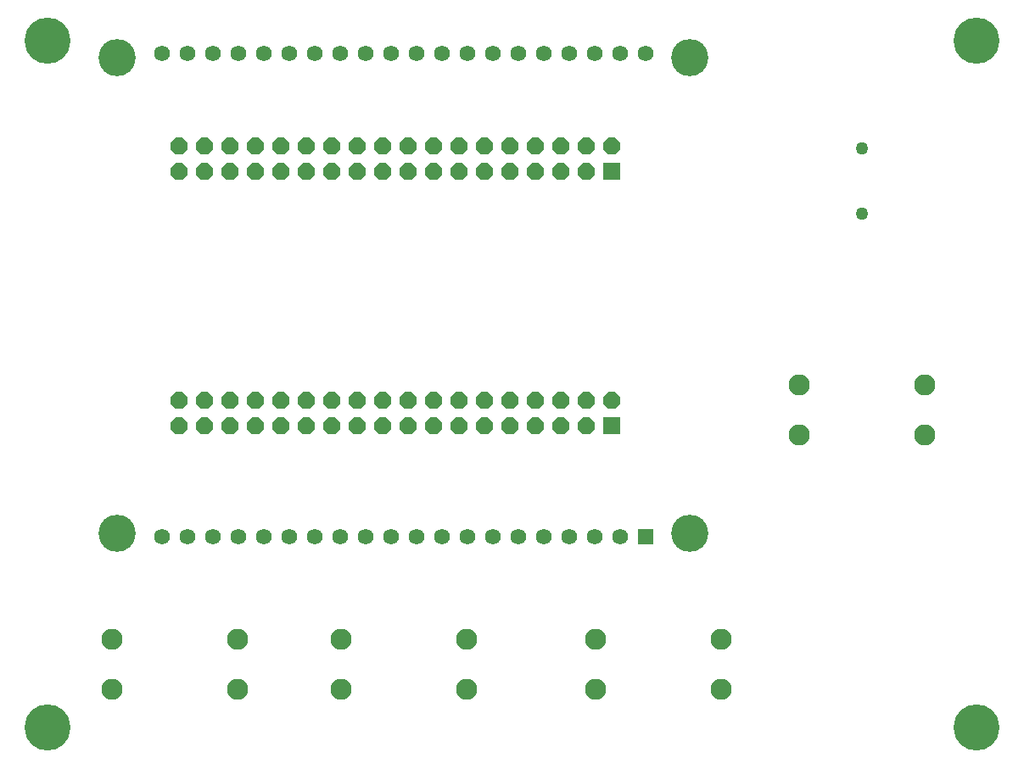
<source format=gbr>
G04 EAGLE Gerber RS-274X export*
G75*
%MOMM*%
%FSLAX34Y34*%
%LPD*%
%INSoldermask Bottom*%
%IPPOS*%
%AMOC8*
5,1,8,0,0,1.08239X$1,22.5*%
G01*
%ADD10C,1.272400*%
%ADD11R,1.676400X1.676400*%
%ADD12P,1.814519X8X202.500000*%
%ADD13C,2.112400*%
%ADD14C,3.708400*%
%ADD15R,1.580400X1.580400*%
%ADD16C,1.580400*%
%ADD17C,4.597400*%


D10*
X850900Y616700D03*
X850900Y551700D03*
D11*
X601300Y340100D03*
D12*
X601300Y365500D03*
X575900Y340100D03*
X575900Y365500D03*
X550500Y340100D03*
X550500Y365500D03*
X525100Y340100D03*
X525100Y365500D03*
X499700Y340100D03*
X499700Y365500D03*
X474300Y340100D03*
X474300Y365500D03*
X448900Y340100D03*
X448900Y365500D03*
X423500Y340100D03*
X423500Y365500D03*
X398100Y340100D03*
X398100Y365500D03*
X372700Y340100D03*
X372700Y365500D03*
X347300Y340100D03*
X347300Y365500D03*
X321900Y340100D03*
X321900Y365500D03*
X296500Y340100D03*
X296500Y365500D03*
X271100Y340100D03*
X271100Y365500D03*
X245700Y340100D03*
X245700Y365500D03*
X220300Y340100D03*
X220300Y365500D03*
X194900Y340100D03*
X194900Y365500D03*
X169500Y340100D03*
X169500Y365500D03*
D11*
X601300Y594100D03*
D12*
X601300Y619500D03*
X575900Y594100D03*
X575900Y619500D03*
X550500Y594100D03*
X550500Y619500D03*
X525100Y594100D03*
X525100Y619500D03*
X499700Y594100D03*
X499700Y619500D03*
X474300Y594100D03*
X474300Y619500D03*
X448900Y594100D03*
X448900Y619500D03*
X423500Y594100D03*
X423500Y619500D03*
X398100Y594100D03*
X398100Y619500D03*
X372700Y594100D03*
X372700Y619500D03*
X347300Y594100D03*
X347300Y619500D03*
X321900Y594100D03*
X321900Y619500D03*
X296500Y594100D03*
X296500Y619500D03*
X271100Y594100D03*
X271100Y619500D03*
X245700Y594100D03*
X245700Y619500D03*
X220300Y594100D03*
X220300Y619500D03*
X194900Y594100D03*
X194900Y619500D03*
X169500Y594100D03*
X169500Y619500D03*
D13*
X227600Y126600D03*
X227600Y76600D03*
X102600Y76600D03*
X102600Y126600D03*
D14*
X679450Y232410D03*
X679450Y707390D03*
X107950Y232410D03*
X107950Y707390D03*
D15*
X635000Y228600D03*
D16*
X406400Y228600D03*
X431800Y228600D03*
X457200Y228600D03*
X482600Y228600D03*
X508000Y228600D03*
X533400Y228600D03*
X558800Y228600D03*
X584200Y228600D03*
X609600Y228600D03*
X381000Y228600D03*
X355600Y228600D03*
X330200Y228600D03*
X304800Y228600D03*
X279400Y228600D03*
X254000Y228600D03*
X228600Y228600D03*
X203200Y228600D03*
X177800Y228600D03*
X152400Y228600D03*
X635000Y711200D03*
X609600Y711200D03*
X584200Y711200D03*
X558800Y711200D03*
X533400Y711200D03*
X508000Y711200D03*
X482600Y711200D03*
X457200Y711200D03*
X431800Y711200D03*
X406400Y711200D03*
X381000Y711200D03*
X355600Y711200D03*
X330200Y711200D03*
X304800Y711200D03*
X279400Y711200D03*
X254000Y711200D03*
X228600Y711200D03*
X203200Y711200D03*
X177800Y711200D03*
X152400Y711200D03*
D13*
X331200Y76600D03*
X331200Y126600D03*
X456200Y126600D03*
X456200Y76600D03*
X710200Y126600D03*
X710200Y76600D03*
X585200Y76600D03*
X585200Y126600D03*
X913400Y380600D03*
X913400Y330600D03*
X788400Y330600D03*
X788400Y380600D03*
D17*
X38100Y38100D03*
X38100Y723900D03*
X965200Y723900D03*
X965200Y38100D03*
M02*

</source>
